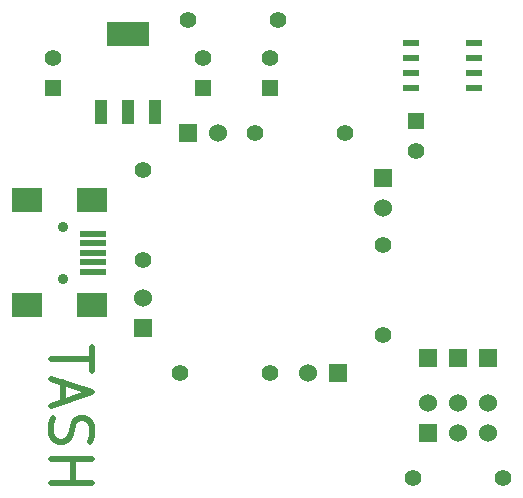
<source format=gts>
G04 (created by PCBNEW (2013-07-07 BZR 4022)-stable) date 12/10/2014 10:11:42 PM*
%MOIN*%
G04 Gerber Fmt 3.4, Leading zero omitted, Abs format*
%FSLAX34Y34*%
G01*
G70*
G90*
G04 APERTURE LIST*
%ADD10C,0.00590551*%
%ADD11C,0.019685*%
%ADD12R,0.0906X0.0197*%
%ADD13R,0.0984X0.0787*%
%ADD14C,0.0354*%
%ADD15R,0.144X0.08*%
%ADD16R,0.04X0.08*%
%ADD17R,0.0551X0.0236*%
%ADD18C,0.055*%
%ADD19R,0.06X0.06*%
%ADD20C,0.06*%
%ADD21R,0.055X0.055*%
G04 APERTURE END LIST*
G54D10*
G54D11*
X72820Y-54637D02*
X72820Y-55425D01*
X71442Y-55031D02*
X72820Y-55031D01*
X71835Y-55818D02*
X71835Y-56475D01*
X71442Y-55687D02*
X72820Y-56146D01*
X71442Y-56606D01*
X71507Y-57000D02*
X71442Y-57196D01*
X71442Y-57524D01*
X71507Y-57656D01*
X71573Y-57721D01*
X71704Y-57787D01*
X71835Y-57787D01*
X71967Y-57721D01*
X72032Y-57656D01*
X72098Y-57524D01*
X72164Y-57262D01*
X72229Y-57131D01*
X72295Y-57065D01*
X72426Y-57000D01*
X72557Y-57000D01*
X72688Y-57065D01*
X72754Y-57131D01*
X72820Y-57262D01*
X72820Y-57590D01*
X72754Y-57787D01*
X71442Y-58377D02*
X72820Y-58377D01*
X72164Y-58377D02*
X72164Y-59165D01*
X71442Y-59165D02*
X72820Y-59165D01*
G54D12*
X72858Y-50870D03*
X72858Y-51185D03*
X72858Y-51500D03*
X72858Y-51815D03*
X72858Y-52130D03*
G54D13*
X72819Y-49748D03*
X70654Y-49748D03*
X72819Y-53252D03*
X70654Y-53252D03*
G54D14*
X71835Y-50634D03*
X71835Y-52366D03*
G54D15*
X74000Y-44200D03*
G54D16*
X74000Y-46800D03*
X74900Y-46800D03*
X73100Y-46800D03*
G54D17*
X83450Y-46000D03*
X85550Y-46000D03*
X83450Y-45500D03*
X83450Y-45000D03*
X83450Y-44500D03*
X85550Y-45500D03*
X85550Y-45000D03*
X85550Y-44500D03*
G54D18*
X78750Y-55500D03*
X75750Y-55500D03*
X82500Y-51250D03*
X82500Y-54250D03*
X78250Y-47500D03*
X81250Y-47500D03*
X74500Y-51750D03*
X74500Y-48750D03*
X83500Y-59000D03*
X86500Y-59000D03*
X76000Y-43750D03*
X79000Y-43750D03*
G54D19*
X84000Y-57500D03*
G54D20*
X84000Y-56500D03*
X85000Y-57500D03*
X85000Y-56500D03*
X86000Y-57500D03*
X86000Y-56500D03*
G54D19*
X82500Y-49000D03*
G54D20*
X82500Y-50000D03*
G54D19*
X76000Y-47500D03*
G54D20*
X77000Y-47500D03*
G54D19*
X74500Y-54000D03*
G54D20*
X74500Y-53000D03*
G54D19*
X81000Y-55500D03*
G54D20*
X80000Y-55500D03*
G54D19*
X85000Y-55000D03*
X86000Y-55000D03*
X84000Y-55000D03*
G54D21*
X78750Y-46000D03*
G54D18*
X78750Y-45000D03*
G54D21*
X76500Y-46000D03*
G54D18*
X76500Y-45000D03*
G54D21*
X71500Y-46000D03*
G54D18*
X71500Y-45000D03*
G54D21*
X83600Y-47100D03*
G54D18*
X83600Y-48100D03*
M02*

</source>
